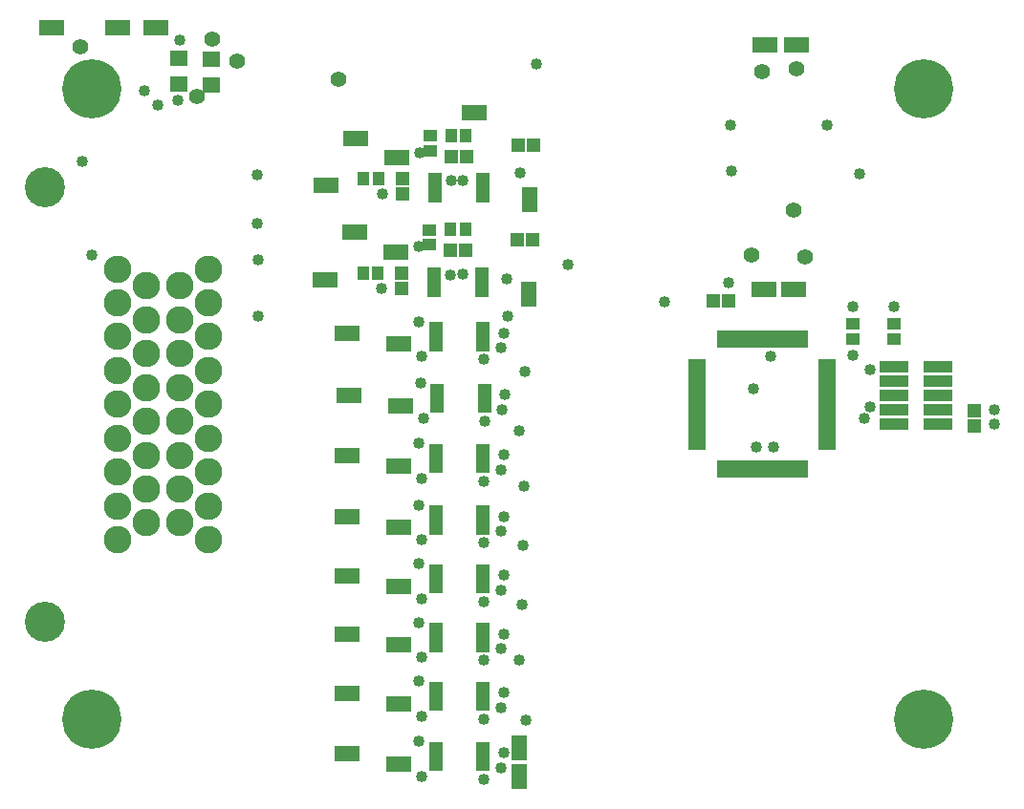
<source format=gts>
%FSTAX23Y23*%
%MOIN*%
%SFA1B1*%

%IPPOS*%
%ADD25R,0.045430X0.049370*%
%ADD26R,0.090710X0.055280*%
%ADD27R,0.061180X0.053310*%
%ADD28R,0.104490X0.039920*%
%ADD29R,0.049370X0.045430*%
%ADD30R,0.047400X0.043470*%
%ADD31R,0.021810X0.063150*%
%ADD32R,0.063150X0.021810*%
%ADD33R,0.045000X0.026530*%
%ADD34R,0.043470X0.047400*%
%ADD35R,0.055280X0.090710*%
%ADD36C,0.096610*%
%ADD37C,0.139920*%
%ADD38C,0.206850*%
%ADD39C,0.040000*%
%ADD40C,0.055000*%
%LNsg_can_board-1*%
%LPD*%
G54D25*
X02466Y0176D03*
X02519D03*
X01549Y01936D03*
X01602D03*
X01783Y01975D03*
X01836D03*
X01785Y02303D03*
X01839D03*
X01551Y02264D03*
X01604D03*
G54D26*
X02745Y018D03*
X02643D03*
X02644Y02654D03*
X02755D03*
X0137Y00145D03*
X0119Y00181D03*
X0137Y00355D03*
X0119Y00391D03*
X0137Y0097D03*
X0119Y01006D03*
X0137Y01185D03*
X0119Y01221D03*
X0137Y00765D03*
X0119Y00801D03*
X0137Y0056D03*
X0119Y00596D03*
X01375Y01395D03*
X01195Y01431D03*
X0137Y0161D03*
X0119Y01646D03*
X01359Y01932D03*
X01361Y0226D03*
X01216Y02D03*
X01219Y02328D03*
X01113Y01835D03*
X01115Y02163D03*
X01633Y02417D03*
X00522Y02715D03*
X0016D03*
X0039D03*
G54D27*
X00717Y02605D03*
Y02514D03*
X00603Y02607D03*
Y02516D03*
G54D28*
X03096Y0153D03*
X0325D03*
X03096Y0148D03*
X0325D03*
X03096Y0143D03*
X0325D03*
X03096Y0138D03*
X0325D03*
X03096Y0133D03*
X0325D03*
G54D29*
X03374Y01377D03*
Y01324D03*
X0138Y01804D03*
Y01857D03*
X01383Y02133D03*
Y02186D03*
G54D30*
X03096Y0168D03*
Y01629D03*
X02951Y0168D03*
Y01629D03*
X01477Y02007D03*
Y01956D03*
X01479Y02336D03*
Y02285D03*
G54D31*
X02784Y01626D03*
X02764D03*
X02745D03*
X02725D03*
X02705D03*
X02686D03*
X02666D03*
X02646D03*
X02627D03*
X02607D03*
X02587D03*
X02568D03*
X02548D03*
X02528D03*
X02509D03*
X02489D03*
Y01174D03*
X02509D03*
X02528D03*
X02548D03*
X02568D03*
X02587D03*
X02607D03*
X02627D03*
X02646D03*
X02666D03*
X02686D03*
X02705D03*
X02725D03*
X02745D03*
X02764D03*
X02784D03*
G54D32*
X0241Y01548D03*
Y01528D03*
Y01508D03*
Y01489D03*
Y01469D03*
Y01449D03*
Y0143D03*
Y0141D03*
Y0139D03*
Y0137D03*
Y01351D03*
Y01331D03*
Y01311D03*
Y01292D03*
Y01272D03*
Y01252D03*
X02863D03*
Y01272D03*
Y01292D03*
Y01311D03*
Y01331D03*
Y01351D03*
Y0137D03*
Y0139D03*
Y0141D03*
Y0143D03*
Y01449D03*
Y01469D03*
Y01489D03*
Y01508D03*
Y01528D03*
Y01548D03*
G54D33*
X01663Y01598D03*
Y01623D03*
Y01649D03*
Y01674D03*
X01498Y01598D03*
Y01623D03*
Y01649D03*
Y01674D03*
X01668Y01383D03*
Y01408D03*
Y01434D03*
Y01459D03*
X01503Y01383D03*
Y01408D03*
Y01434D03*
Y01459D03*
X01663Y01173D03*
Y01198D03*
Y01224D03*
Y01249D03*
X01498Y01173D03*
Y01198D03*
Y01224D03*
Y01249D03*
X01663Y00958D03*
Y00983D03*
Y01009D03*
Y01034D03*
X01498Y00958D03*
Y00983D03*
Y01009D03*
Y01034D03*
X01663Y00753D03*
Y00778D03*
Y00804D03*
Y00829D03*
X01498Y00753D03*
Y00778D03*
Y00804D03*
Y00829D03*
X01663Y00548D03*
Y00573D03*
Y00599D03*
Y00624D03*
X01498Y00548D03*
Y00573D03*
Y00599D03*
Y00624D03*
X01663Y00343D03*
Y00368D03*
Y00394D03*
Y00419D03*
X01498Y00343D03*
Y00368D03*
Y00394D03*
Y00419D03*
Y00209D03*
Y00184D03*
Y00158D03*
Y00133D03*
X01663Y00209D03*
Y00184D03*
Y00158D03*
Y00133D03*
X01658Y01787D03*
Y01813D03*
Y01838D03*
Y01864D03*
X01493Y01787D03*
Y01813D03*
Y01838D03*
Y01864D03*
X01661Y02116D03*
Y02141D03*
Y02167D03*
Y02193D03*
X01495Y02116D03*
Y02141D03*
Y02167D03*
Y02193D03*
G54D34*
X01245Y01857D03*
X01296D03*
X0155Y02011D03*
X01601D03*
X01552Y02339D03*
X01603D03*
X01298Y02186D03*
X01247D03*
G54D35*
X0179Y002D03*
Y001D03*
X01823Y01784D03*
X01825Y02113D03*
G54D36*
X00704Y00927D03*
Y01045D03*
Y01163D03*
Y01281D03*
Y014D03*
Y01518D03*
Y01636D03*
Y01754D03*
Y01872D03*
X00606Y01104D03*
Y01222D03*
Y0134D03*
Y01459D03*
Y01577D03*
Y01695D03*
Y01813D03*
X00488Y01104D03*
Y01222D03*
Y0134D03*
Y01459D03*
Y01577D03*
X0039Y00927D03*
Y01045D03*
Y01163D03*
Y01281D03*
Y014D03*
Y01518D03*
Y01636D03*
Y01754D03*
Y01872D03*
X00606Y00986D03*
X00488D03*
Y01813D03*
Y01695D03*
G54D37*
X00134Y02157D03*
Y00642D03*
G54D38*
X003Y003D03*
Y025D03*
X032Y003D03*
Y025D03*
G54D39*
X01849Y02588D03*
X01813Y00296D03*
X01746Y01838D03*
X01791Y02207D03*
X01748Y01709D03*
X01809Y01514D03*
X0179Y01309D03*
X01805Y01113D03*
X01801Y00908D03*
X018Y007D03*
X0179Y00508D03*
X003Y0192D03*
X02607Y01455D03*
X01552Y0218D03*
X03445Y0133D03*
Y0138D03*
X02675Y01252D03*
X02615Y01251D03*
X02975Y02205D03*
X0253Y02215D03*
X00875Y022D03*
Y02031D03*
X0088Y01905D03*
Y01707D03*
X01311Y02133D03*
X01441Y02279D03*
X0196Y01886D03*
X01593Y02182D03*
X0144Y01689D03*
X0145Y01567D03*
X01665Y01557D03*
X01734Y01649D03*
X01725Y01597D03*
X01445Y01474D03*
X01455Y01352D03*
X0167Y01342D03*
X01739Y01434D03*
X0173Y01382D03*
X0144Y01264D03*
X0145Y01142D03*
X01665Y01132D03*
X01734Y01224D03*
X01725Y01172D03*
X0144Y01049D03*
X0145Y00927D03*
X01665Y00917D03*
X01734Y01009D03*
X01725Y00957D03*
X0144Y00844D03*
X0145Y00722D03*
X01665Y00712D03*
X01734Y00804D03*
X01725Y00752D03*
X0144Y00639D03*
X0145Y00517D03*
X01665Y00507D03*
X01734Y00599D03*
X01725Y00547D03*
X0144Y00434D03*
X0145Y00312D03*
X01665Y00302D03*
X01734Y00394D03*
X01725Y00342D03*
X00604Y0267D03*
X0053Y02445D03*
X00265Y02248D03*
X01308Y01804D03*
X0155Y01851D03*
X006Y02461D03*
X01438Y0195D03*
X02295Y01759D03*
X02519Y01823D03*
X00482Y02495D03*
X01734Y00184D03*
X03094Y0174D03*
X02951D03*
X0145Y00102D03*
X0144Y00224D03*
X01665Y00092D03*
X01725Y00132D03*
X02666Y01568D03*
X03011Y0152D03*
X03013Y0139D03*
X02953Y0157D03*
X02993Y0135D03*
X01591Y01853D03*
X02526Y02375D03*
X02861D03*
G54D40*
X01158Y02533D03*
X02637Y02561D03*
X02755Y0257D03*
X02744Y02076D03*
X02784Y01913D03*
X026Y0192D03*
X0072Y02675D03*
X00805Y02597D03*
X00667Y02475D03*
X0026Y02649D03*
M02*
</source>
